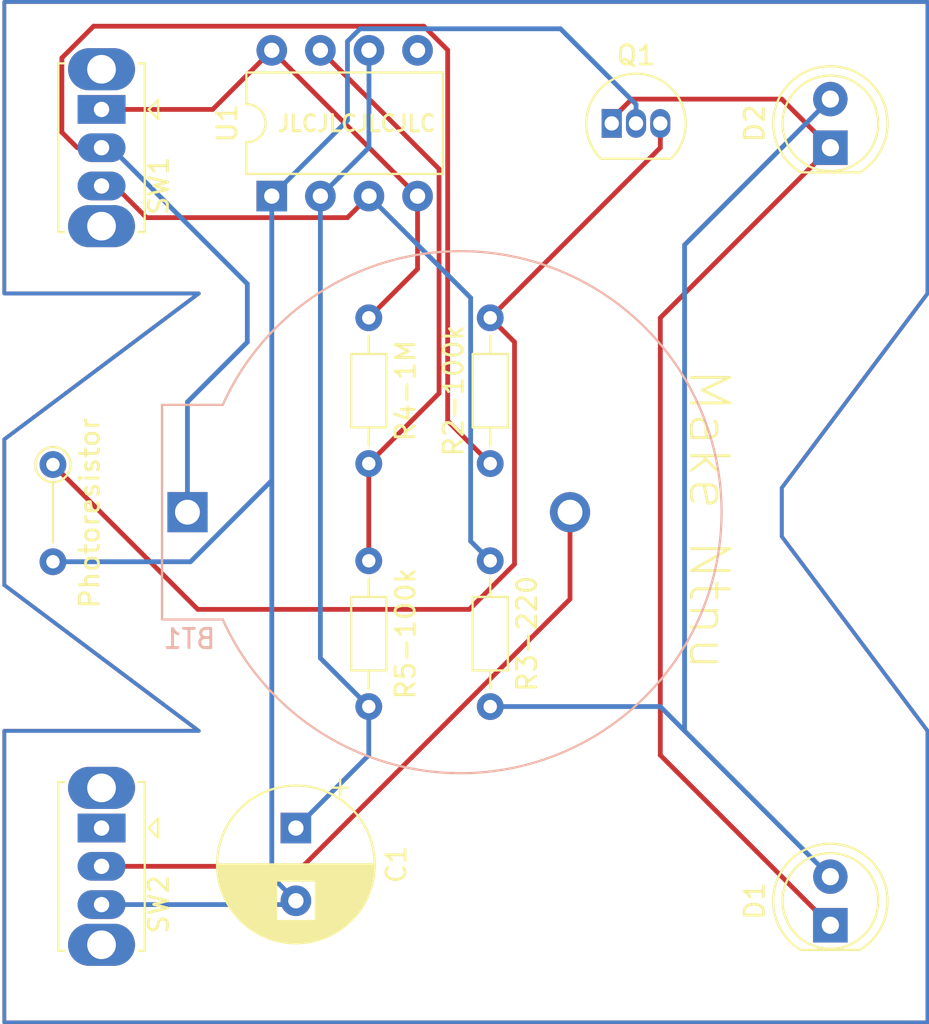
<source format=kicad_pcb>
(kicad_pcb (version 20211014) (generator pcbnew)
  (layers (0 "F.Cu" signal) (31 "B.Cu" signal) (34 "B.Paste" user) (35 "F.Paste" user) (36 "B.SilkS" user "B.Silkscreen") (37 "F.SilkS" user "F.Silkscreen") (38 "B.Mask" user) (39 "F.Mask" user) (44 "Edge.Cuts" user))
  (net 0 "")
  (net 1 "Net-(C1-Pad2)")
  (net 2 "Net-(C1-Pad1)")
  (net 3 "Net-(LightResistor1-Pad1)")
  (net 4 "Net-(R4-Pad1)")
  (net 5 "Net-(R4-Pad2)")
  (net 8 "Net-(BT1-Pad1)")
  (net 9 "Net-(BT1-Pad2)")
  (net 10 "Net-(R3-Pad2)")
  (net 11 "Net-(SW1-Pad3)")
  (net 12 "Net-(Q1-Pad1)")
  (footprint "Button_Switch_THT:SW_Slide_1P2T_CK_OS102011MS2Q" (layer "F.Cu") (at 55.88 93.98 -90)
    (fp_text reference "SW2" (at 3.99 -2.99 90) (layer "F.SilkS"))
    (fp_text value "SW_SPDT")
    (fp_line (start 6.41 2.26) (end -2.41 2.26) (layer "F.SilkS") (width 0.12))
    (fp_line (start 0 -2.46) (end 0.5 -2.96) (layer "F.SilkS") (width 0.12))
    (fp_line (start -2.41 2.26) (end -2.41 1.95) (layer "F.SilkS") (width 0.12))
    (fp_line (start -0.5 -2.96) (end 0 -2.46) (layer "F.SilkS") (width 0.12))
    (fp_line (start 6.41 2.26) (end 6.41 1.95) (layer "F.SilkS") (width 0.12))
    (fp_line (start -2.41 -1.95) (end -2.41 -2.26) (layer "F.SilkS") (width 0.12))
    (fp_line (start 0.5 -2.96) (end -0.5 -2.96) (layer "F.SilkS") (width 0.12))
    (fp_line (start -2.41 -2.26) (end 6.41 -2.26) (layer "F.SilkS") (width 0.12))
    (fp_line (start 6.41 -2.26) (end 6.41 -1.95) (layer "F.SilkS") (width 0.12))
    (pad "" thru_hole oval (at 6.1 0 270) (size 2.2 3.5) (drill 1.5) (layers *.Cu *.Mask))
    (pad "" thru_hole oval (at -2.1 0 270) (size 2.2 3.5) (drill 1.5) (layers *.Cu *.Mask))
    (pad "1" thru_hole rect (at 0 0 270) (size 1.5 2.5) (drill 0.8) (layers *.Cu *.Mask))
    (pad "2" thru_hole oval (at 2 0 270) (size 1.5 2.5) (drill 0.8) (layers *.Cu *.Mask) (net 9 "Net-(BT1-Pad2)"))
    (pad "3" thru_hole oval (at 4 0 270) (size 1.5 2.5) (drill 0.8) (layers *.Cu *.Mask) (net 1 "Net-(C1-Pad2)"))
  )
  (footprint "Resistor_THT:R_Axial_DIN0204_L3.6mm_D1.6mm_P7.62mm_Horizontal" (layer "F.Cu") (at 76.2 80.01 -90)
    (fp_text reference "R3-220" (at 3.81 -1.92 90) (layer "F.SilkS"))
    (fp_text value "R220")
    (fp_line (start 6.68 0) (end 5.73 0) (layer "F.SilkS") (width 0.12))
    (fp_line (start 1.89 0.92) (end 5.73 0.92) (layer "F.SilkS") (width 0.12))
    (fp_line (start 5.73 0.92) (end 5.73 -0.92) (layer "F.SilkS") (width 0.12))
    (fp_line (start 1.89 -0.92) (end 1.89 0.92) (layer "F.SilkS") (width 0.12))
    (fp_line (start 0.94 0) (end 1.89 0) (layer "F.SilkS") (width 0.12))
    (fp_line (start 5.73 -0.92) (end 1.89 -0.92) (layer "F.SilkS") (width 0.12))
    (pad "1" thru_hole circle (at 0 0 270) (size 1.4 1.4) (drill 0.7) (layers *.Cu *.Mask) (net 11 "Net-(SW1-Pad3)"))
    (pad "2" thru_hole oval (at 7.62 0 270) (size 1.4 1.4) (drill 0.7) (layers *.Cu *.Mask) (net 10 "Net-(R3-Pad2)"))
  )
  (footprint "Button_Switch_THT:SW_Slide_1P2T_CK_OS102011MS2Q" (layer "F.Cu") (at 55.88 56.42 -90)
    (fp_text reference "SW1" (at 3.99 -2.99 90) (layer "F.SilkS"))
    (fp_text value "SW_SPDT")
    (fp_line (start 0 -2.46) (end 0.5 -2.96) (layer "F.SilkS") (width 0.12))
    (fp_line (start -2.41 -1.95) (end -2.41 -2.26) (layer "F.SilkS") (width 0.12))
    (fp_line (start 6.41 2.26) (end -2.41 2.26) (layer "F.SilkS") (width 0.12))
    (fp_line (start -2.41 2.26) (end -2.41 1.95) (layer "F.SilkS") (width 0.12))
    (fp_line (start -0.5 -2.96) (end 0 -2.46) (layer "F.SilkS") (width 0.12))
    (fp_line (start 6.41 -2.26) (end 6.41 -1.95) (layer "F.SilkS") (width 0.12))
    (fp_line (start 0.5 -2.96) (end -0.5 -2.96) (layer "F.SilkS") (width 0.12))
    (fp_line (start 6.41 2.26) (end 6.41 1.95) (layer "F.SilkS") (width 0.12))
    (fp_line (start -2.41 -2.26) (end 6.41 -2.26) (layer "F.SilkS") (width 0.12))
    (pad "" thru_hole oval (at 6.1 0 270) (size 2.2 3.5) (drill 1.5) (layers *.Cu *.Mask))
    (pad "" thru_hole oval (at -2.1 0 270) (size 2.2 3.5) (drill 1.5) (layers *.Cu *.Mask))
    (pad "1" thru_hole rect (at 0 0 270) (size 1.5 2.5) (drill 0.8) (layers *.Cu *.Mask) (net 4 "Net-(R4-Pad1)"))
    (pad "2" thru_hole oval (at 2 0 270) (size 1.5 2.5) (drill 0.8) (layers *.Cu *.Mask) (net 8 "Net-(BT1-Pad1)"))
    (pad "3" thru_hole oval (at 4 0 270) (size 1.5 2.5) (drill 0.8) (layers *.Cu *.Mask) (net 11 "Net-(SW1-Pad3)"))
  )
  (footprint "Resistor_THT:R_Axial_DIN0204_L3.6mm_D1.6mm_P7.62mm_Horizontal" (layer "F.Cu") (at 76.2 74.93 90)
    (fp_text reference "R2-100k" (at 3.81 -1.92 90) (layer "F.SilkS"))
    (fp_text value "R100k")
    (fp_line (start 5.73 0.92) (end 5.73 -0.92) (layer "F.SilkS") (width 0.12))
    (fp_line (start 1.89 -0.92) (end 1.89 0.92) (layer "F.SilkS") (width 0.12))
    (fp_line (start 0.94 0) (end 1.89 0) (layer "F.SilkS") (width 0.12))
    (fp_line (start 5.73 -0.92) (end 1.89 -0.92) (layer "F.SilkS") (width 0.12))
    (fp_line (start 1.89 0.92) (end 5.73 0.92) (layer "F.SilkS") (width 0.12))
    (fp_line (start 6.68 0) (end 5.73 0) (layer "F.SilkS") (width 0.12))
    (pad "1" thru_hole circle (at 0 0 90) (size 1.4 1.4) (drill 0.7) (layers *.Cu *.Mask) (net 8 "Net-(BT1-Pad1)"))
    (pad "2" thru_hole oval (at 7.62 0 90) (size 1.4 1.4) (drill 0.7) (layers *.Cu *.Mask) (net 3 "Net-(LightResistor1-Pad1)"))
  )
  (footprint "Resistor_THT:R_Axial_DIN0204_L3.6mm_D1.6mm_P7.62mm_Horizontal" (layer "F.Cu") (at 69.85 67.31 -90)
    (fp_text reference "R4-1M" (at 3.81 -1.92 90) (layer "F.SilkS"))
    (fp_text value "R1M")
    (fp_line (start 0.94 0) (end 1.89 0) (layer "F.SilkS") (width 0.12))
    (fp_line (start 5.73 -0.92) (end 1.89 -0.92) (layer "F.SilkS") (width 0.12))
    (fp_line (start 6.68 0) (end 5.73 0) (layer "F.SilkS") (width 0.12))
    (fp_line (start 1.89 0.92) (end 5.73 0.92) (layer "F.SilkS") (width 0.12))
    (fp_line (start 1.89 -0.92) (end 1.89 0.92) (layer "F.SilkS") (width 0.12))
    (fp_line (start 5.73 0.92) (end 5.73 -0.92) (layer "F.SilkS") (width 0.12))
    (pad "1" thru_hole circle (at 0 0 270) (size 1.4 1.4) (drill 0.7) (layers *.Cu *.Mask) (net 4 "Net-(R4-Pad1)"))
    (pad "2" thru_hole oval (at 7.62 0 270) (size 1.4 1.4) (drill 0.7) (layers *.Cu *.Mask) (net 5 "Net-(R4-Pad2)"))
  )
  (footprint "LED_THT:LED_D5.0mm" (layer "F.Cu") (at 93.98 99.06 90)
    (fp_text reference "D1" (at 1.27 -3.96 90) (layer "F.SilkS"))
    (fp_text value "LED")
    (fp_line (start -1.29 -1.545) (end -1.29 1.545) (layer "F.SilkS") (width 0.12))
    (fp_arc (start -1.29 -1.54483) (mid 2.072002 -2.880433) (end 4.26 0.000462) (layer "F.SilkS") (width 0.12))
    (fp_arc (start 4.26 -0.000462) (mid 2.072002 2.880433) (end -1.29 1.54483) (layer "F.SilkS") (width 0.12))
    (fp_circle (center 1.27 0) (end 3.77 0) (layer "F.SilkS") (width 0.12) (fill none))
    (pad "1" thru_hole rect (at 0 0 90) (size 1.8 1.8) (drill 0.9) (layers *.Cu *.Mask) (net 12 "Net-(Q1-Pad1)"))
    (pad "2" thru_hole circle (at 2.54 0 90) (size 1.8 1.8) (drill 0.9) (layers *.Cu *.Mask) (net 10 "Net-(R3-Pad2)"))
  )
  (footprint "Capacitor_THT:CP_Radial_D8.0mm_P3.80mm" (layer "F.Cu") (at 66.04 93.98 -90)
    (fp_text reference "C1" (at 1.9 -5.25 90) (layer "F.SilkS"))
    (fp_text value "C0.1")
    (fp_line (start 4.701 1.04) (end 4.701 2.983) (layer "F.SilkS") (width 0.12))
    (fp_line (start 5.781 -1.346) (end 5.781 1.346) (layer "F.SilkS") (width 0.12))
    (fp_line (start 3.381 1.04) (end 3.381 3.805) (layer "F.SilkS") (width 0.12))
    (fp_line (start 4.661 -3.019) (end 4.661 -1.04) (layer "F.SilkS") (width 0.12))
    (fp_line (start 5.821 -1.229) (end 5.821 1.229) (layer "F.SilkS") (width 0.12))
    (fp_line (start 2.46 -4.042) (end 2.46 4.042) (layer "F.SilkS") (width 0.12))
    (fp_line (start 4.541 -3.124) (end 4.541 -1.04) (layer "F.SilkS") (width 0.12))
    (fp_line (start 4.101 1.04) (end 4.101 3.444) (layer "F.SilkS") (width 0.12))
    (fp_line (start 5.461 -2.034) (end 5.461 2.034) (layer "F.SilkS") (width 0.12))
    (fp_line (start 3.621 -3.704) (end 3.621 -1.04) (layer "F.SilkS") (width 0.12))
    (fp_line (start 3.301 1.04) (end 3.301 3.835) (layer "F.SilkS") (width 0.12))
    (fp_line (start 3.981 1.04) (end 3.981 3.517) (layer "F.SilkS") (width 0.12))
    (fp_line (start 4.781 1.04) (end 4.781 2.907) (layer "F.SilkS") (width 0.12))
    (fp_line (start 2.981 1.04) (end 2.981 3.936) (layer "F.SilkS") (width 0.12))
    (fp_line (start 4.621 1.04) (end 4.621 3.055) (layer "F.SilkS") (width 0.12))
    (fp_line (start 3.941 -3.54) (end 3.941 -1.04) (layer "F.SilkS") (width 0.12))
    (fp_line (start 5.941 -0.768) (end 5.941 0.768) (layer "F.SilkS") (width 0.12))
    (fp_line (start 4.381 1.04) (end 4.381 3.25) (layer "F.SilkS") (width 0.12))
    (fp_line (start 2.901 -3.957) (end 2.901 -1.04) (layer "F.SilkS") (width 0.12))
    (fp_line (start 3.181 1.04) (end 3.181 3.877) (layer "F.SilkS") (width 0.12))
    (fp_line (start 2.781 -3.985) (end 2.781 -1.04) (layer "F.SilkS") (width 0.12))
    (fp_line (start 4.741 -2.945) (end 4.741 -1.04) (layer "F.SilkS") (width 0.12))
    (fp_line (start 2.661 -4.01) (end 2.661 4.01) (layer "F.SilkS") (width 0.12))
    (fp_line (start 4.181 1.04) (end 4.181 3.392) (layer "F.SilkS") (width 0.12))
    (fp_line (start 4.221 1.04) (end 4.221 3.365) (layer "F.SilkS") (width 0.12))
    (fp_line (start 3.261 -3.85) (end 3.261 -1.04) (layer "F.SilkS") (width 0.12))
    (fp_line (start 3.781 -3.627) (end 3.781 -1.04) (layer "F.SilkS") (width 0.12))
    (fp_line (start 4.821 -2.867) (end 4.821 -1.04) (layer "F.SilkS") (width 0.12))
    (fp_line (start 4.061 -3.469) (end 4.061 -1.04) (layer "F.SilkS") (width 0.12))
    (fp_line (start 1.98 -4.08) (end 1.98 4.08) (layer "F.SilkS") (width 0.12))
    (fp_line (start 2.06 -4.077) (end 2.06 4.077) (layer "F.SilkS") (width 0.12))
    (fp_line (start 3.741 -3.647) (end 3.741 -1.04) (layer "F.SilkS") (width 0.12))
    (fp_line (start 3.381 -3.805) (end 3.381 -1.04) (layer "F.SilkS") (width 0.12))
    (fp_line (start 4.341 1.04) (end 4.341 3.28) (layer "F.SilkS") (width 0.12))
    (fp_line (start 5.301 -2.287) (end 5.301 2.287) (layer "F.SilkS") (width 0.12))
    (fp_line (start 5.701 -1.552) (end 5.701 1.552) (layer "F.SilkS") (width 0.12))
    (fp_line (start 5.421 -2.102) (end 5.421 2.102) (layer "F.SilkS") (width 0.12))
    (fp_line (start 4.701 -2.983) (end 4.701 -1.04) (layer "F.SilkS") (width 0.12))
    (fp_line (start 3.421 1.04) (end 3.421 3.79) (layer "F.SilkS") (width 0.12))
    (fp_line (start 4.821 1.04) (end 4.821 2.867) (layer "F.SilkS") (width 0.12))
    (fp_line (start 3.101 1.04) (end 3.101 3.902) (layer "F.SilkS") (width 0.12))
    (fp_line (start 3.221 1.04) (end 3.221 3.863) (layer "F.SilkS") (width 0.12))
    (fp_line (start 2.861 1.04) (end 2.861 3.967) (layer "F.SilkS") (width 0.12))
    (fp_line (start 2.34 -4.057) (end 2.34 4.057) (layer "F.SilkS") (width 0.12))
    (fp_line (start 3.541 1.04) (end 3.541 3.74) (layer "F.SilkS") (width 0.12))
    (fp_line (start 5.981 -0.533) (end 5.981 0.533) (layer "F.SilkS") (width 0.12))
    (fp_line (start 2.18 -4.071) (end 2.18 4.071) (layer "F.SilkS") (width 0.12))
    (fp_line (start 4.461 1.04) (end 4.461 3.189) (layer "F.SilkS") (width 0.12))
    (fp_line (start 3.501 1.04) (end 3.501 3.757) (layer "F.SilkS") (width 0.12))
    (fp_line (start 4.781 -2.907) (end 4.781 -1.04) (layer "F.SilkS") (width 0.12))
    (fp_line (start 5.181 -2.454) (end 5.181 2.454) (layer "F.SilkS") (width 0.12))
    (fp_line (start 5.741 -1.453) (end 5.741 1.453) (layer "F.SilkS") (width 0.12))
    (fp_line (start 5.901 -0.948) (end 5.901 0.948) (layer "F.SilkS") (width 0.12))
    (fp_line (start 4.941 -2.741) (end 4.941 2.741) (layer "F.SilkS") (width 0.12))
    (fp_line (start 1.9 -4.08) (end 1.9 4.08) (layer "F.SilkS") (width 0.12))
    (fp_line (start 2.941 1.04) (end 2.941 3.947) (layer "F.SilkS") (width 0.12))
    (fp_line (start 4.221 -3.365) (end 4.221 -1.04) (layer "F.SilkS") (width 0.12))
    (fp_line (start 2.38 -4.052) (end 2.38 4.052) (layer "F.SilkS") (width 0.12))
    (fp_line (start 5.541 -1.89) (end 5.541 1.89) (layer "F.SilkS") (width 0.12))
    (fp_line (start 2.901 1.04) (end 2.901 3.957) (layer "F.SilkS") (width 0.12))
    (fp_line (start 4.901 -2.784) (end 4.901 2.784) (layer "F.SilkS") (width 0.12))
    (fp_line (start 4.461 -3.189) (end 4.461 -1.04) (layer "F.SilkS") (width 0.12))
    (fp_line (start 2.02 -4.079) (end 2.02 4.079) (layer "F.SilkS") (width 0.12))
    (fp_line (start 4.501 -3.156) (end 4.501 -1.04) (layer "F.SilkS") (width 0.12))
    (fp_line (start 2.3 -4.061) (end 2.3 4.061) (layer "F.SilkS") (width 0.12))
    (fp_line (start 5.261 -2.345) (end 5.261 2.345) (layer "F.SilkS") (width 0.12))
    (fp_line (start 2.741 -3.994) (end 2.741 3.994) (layer "F.SilkS") (width 0.12))
    (fp_line (start 3.181 -3.877) (end 3.181 -1.04) (layer "F.SilkS") (width 0.12))
    (fp_line (start 5.221 -2.4) (end 5.221 2.4) (layer "F.SilkS") (width 0.12))
    (fp_line (start 4.341 -3.28) (end 4.341 -1.04) (layer "F.SilkS") (width 0.12))
    (fp_line (start 2.821 1.04) (end 2.821 3.976) (layer "F.SilkS") (width 0.12))
    (fp_line (start 3.101 -3.902) (end 3.101 -1.04) (layer "F.SilkS") (width 0.12))
    (fp_line (start 3.861 1.04) (end 3.861 3.584) (layer "F.SilkS") (width 0.12))
    (fp_line (start 3.821 1.04) (end 3.821 3.606) (layer "F.SilkS") (width 0.12))
    (fp_line (start 5.021 -2.651) (end 5.021 2.651) (layer "F.SilkS") (width 0.12))
    (fp_line (start 2.14 -4.074) (end 2.14 4.074) (layer "F.SilkS") (width 0.12))
    (fp_line (start 4.581 1.04) (end 4.581 3.09) (layer "F.SilkS") (width 0.12))
    (fp_line (start 3.901 -3.562) (end 3.901 -1.04) (layer "F.SilkS") (width 0.12))
    (fp_line (start 5.381 -2.166) (end 5.381 2.166) (layer "F.SilkS") (width 0.12))
    (fp_line (start 4.861 -2.826) (end 4.861 2.826) (layer "F.SilkS") (width 0.12))
    (fp_line (start 4.261 -3.338) (end 4.261 -1.04) (layer "F.SilkS") (width 0.12))
    (fp_line (start 4.301 1.04) (end 4.301 3.309) (layer "F.SilkS") (width 0.12))
    (fp_line (start 3.621 1.04) (end 3.621 3.704) (layer "F.SilkS") (width 0.12))
    (fp_line (start 3.421 -3.79) (end 3.421 -1.04) (layer "F.SilkS") (width 0.12))
    (fp_line (start 3.741 1.04) (end 3.741 3.647) (layer "F.SilkS") (width 0.12))
    (fp_line (start 2.981 -3.936) (end 2.981 -1.04) (layer "F.SilkS") (width 0.12))
    (fp_line (start 3.461 1.04) (end 3.461 3.774) (layer "F.SilkS") (width 0.12))
    (fp_line (start 3.701 1.04) (end 3.701 3.666) (layer "F.SilkS") (width 0.12))
    (fp_line (start 5.501 -1.964) (end 5.501 1.964) (layer "F.SilkS") (width 0.12))
    (fp_line (start 3.821 -3.606) (end 3.821 -1.04) (layer "F.SilkS") (width 0.12))
    (fp_line (start 4.301 -3.309) (end 4.301 -1.04) (layer "F.SilkS") (width 0.12))
    (fp_line (start 4.141 1.04) (end 4.141 3.418) (layer "F.SilkS") (width 0.12))
    (fp_line (start 3.261 1.04) (end 3.261 3.85) (layer "F.SilkS") (width 0.12))
    (fp_line (start 3.061 -3.914) (end 3.061 -1.04) (layer "F.SilkS") (width 0.12))
    (fp_line (start 4.421 -3.22) (end 4.421 -1.04) (layer "F.SilkS") (width 0.12))
    (fp_line (start 3.941 1.04) (end 3.941 3.54) (layer "F.SilkS") (width 0.12))
    (fp_line (start 3.541 -3.74) (end 3.541 -1.04) (layer "F.SilkS") (width 0.12))
    (fp_line (start 3.861 -3.584) (end 3.861 -1.04) (layer "F.SilkS") (width 0.12))
    (fp_line (start 2.5 -4.037) (end 2.5 4.037) (layer "F.SilkS") (width 0.12))
    (fp_line (start 4.581 -3.09) (end 4.581 -1.04) (layer "F.SilkS") (width 0.12))
    (fp_line (start 4.541 1.04) (end 4.541 3.124) (layer "F.SilkS") (width 0.12))
    (fp_line (start 3.661 -3.686) (end 3.661 -1.04) (layer "F.SilkS") (width 0.12))
    (fp_line (start 4.621 -3.055) (end 4.621 -1.04) (layer "F.SilkS") (width 0.12))
    (fp_line (start 4.421 1.04) (end 4.421 3.22) (layer "F.SilkS") (width 0.12))
    (fp_line (start 2.701 -4.002) (end 2.701 4.002) (layer "F.SilkS") (width 0.12))
    (fp_line (start 3.341 1.04) (end 3.341 3.821) (layer "F.SilkS") (width 0.12))
    (fp_line (start 4.101 -3.444) (end 4.101 -1.04) (layer "F.SilkS") (width 0.12))
    (fp_line (start 3.781 1.04) (end 3.781 3.627) (layer "F.SilkS") (width 0.12))
    (fp_line (start 2.861 -3.967) (end 2.861 -1.04) (layer "F.SilkS") (width 0.12))
    (fp_line (start 2.54 -4.03) (end 2.54 4.03) (layer "F.SilkS") (width 0.12))
    (fp_line (start 5.661 -1.645) (end 5.661 1.645) (layer "F.SilkS") (width 0.12))
    (fp_line (start 3.061 1.04) (end 3.061 3.914) (layer "F.SilkS") (width 0.12))
    (fp_line (start 3.021 1.04) (end 3.021 3.925) (layer "F.SilkS") (width 0.12))
    (fp_line (start 4.741 1.04) (end 4.741 2.945) (layer "F.SilkS") (width 0.12))
    (fp_line (start 2.621 -4.017) (end 2.621 4.017) (layer "F.SilkS") (width 0.12))
    (fp_line (start 3.141 -3.889) (end 3.141 -1.04) (layer "F.SilkS") (width 0.12))
    (fp_line (start 5.341 -2.228) (end 5.341 2.228) (layer "F.SilkS") (width 0.12))
    (fp_line (start 3.301 -3.835) (end 3.301 -1.04) (layer "F.SilkS") (width 0.12))
    (fp_line (start 2.42 -4.048) (end 2.42 4.048) (layer "F.SilkS") (width 0.12))
    (fp_line (start 3.661 1.04) (end 3.661 3.686) (layer "F.SilkS") (width 0.12))
    (fp_line (start 4.021 -3.493) (end 4.021 -1.04) (layer "F.SilkS") (width 0.12))
    (fp_line (start 4.261 1.04) (end 4.261 3.338) (layer "F.SilkS") (width 0.12))
    (fp_line (start 4.141 -3.418) (end 4.141 -1.04) (layer "F.SilkS") (width 0.12))
    (fp_line (start 5.861 -1.098) (end 5.861 1.098) (layer "F.SilkS") (width 0.12))
    (fp_line (start 2.1 -4.076) (end 2.1 4.076) (layer "F.SilkS") (width 0.12))
    (fp_line (start 4.061 1.04) (end 4.061 3.469) (layer "F.SilkS") (width 0.12))
    (fp_line (start 4.661 1.04) (end 4.661 3.019) (layer "F.SilkS") (width 0.12))
    (fp_line (start 2.58 -4.024) (end 2.58 4.024) (layer "F.SilkS") (width 0.12))
    (fp_line (start 2.941 -3.947) (end 2.941 -1.04) (layer "F.SilkS") (width 0.12))
    (fp_line (start 1.94 -4.08) (end 1.94 4.08) (layer "F.SilkS") (width 0.12))
    (fp_line (start 3.701 -3.666) (end 3.701 -1.04) (layer "F.SilkS") (width 0.12))
    (fp_line (start 5.061 -2.604) (end 5.061 2.604) (layer "F.SilkS") (width 0.12))
    (fp_line (start 4.381 -3.25) (end 4.381 -1.04) (layer "F.SilkS") (width 0.12))
    (fp_line (start 5.621 -1.731) (end 5.621 1.731) (layer "F.SilkS") (width 0.12))
    (fp_line (start 3.021 -3.925) (end 3.021 -1.04) (layer "F.SilkS") (width 0.12))
    (fp_line (start -2.509698 -2.315) (end -1.709698 -2.315) (layer "F.SilkS") (width 0.12))
    (fp_line (start 4.021 1.04) (end 4.021 3.493) (layer "F.SilkS") (width 0.12))
    (fp_line (start 3.501 -3.757) (end 3.501 -1.04) (layer "F.SilkS") (width 0.12))
    (fp_line (start 2.781 1.04) (end 2.781 3.985) (layer "F.SilkS") (width 0.12))
    (fp_line (start 3.981 -3.517) (end 3.981 -1.04) (layer "F.SilkS") (width 0.12))
    (fp_line (start 2.821 -3.976) (end 2.821 -1.04) (layer "F.SilkS") (width 0.12))
    (fp_line (start 3.141 1.04) (end 3.141 3.889) (layer "F.SilkS") (width 0.12))
    (fp_line (start 3.461 -3.774) (end 3.461 -1.04) (layer "F.SilkS") (width 0.12))
    (fp_line (start 2.22 -4.068) (end 2.22 4.068) (layer "F.SilkS") (width 0.12))
    (fp_line (start 5.101 -2.556) (end 5.101 2.556) (layer "F.SilkS") (width 0.12))
    (fp_line (start 4.981 -2.697) (end 4.981 2.697) (layer "F.SilkS") (width 0.12))
    (fp_line (start -2.109698 -2.715) (end -2.109698 -1.915) (layer "F.SilkS") (width 0.12))
    (fp_line (start 3.901 1.04) (end 3.901 3.562) (layer "F.SilkS") (width 0.12))
    (fp_line (start 2.26 -4.065) (end 2.26 4.065) (layer "F.SilkS") (width 0.12))
    (fp_line (start 5.581 -1.813) (end 5.581 1.813) (layer "F.SilkS") (width 0.12))
    (fp_line (start 5.141 -2.505) (end 5.141 2.505) (layer "F.SilkS") (width 0.12))
    (fp_line (start 3.341 -3.821) (end 3.341 -1.04) (layer "F.SilkS") (width 0.12))
    (fp_line (start 4.501 1.04) (end 4.501 3.156) (layer "F.SilkS") (width 0.12))
    (fp_line (start 3.581 1.04) (end 3.581 3.722) (layer "F.SilkS") (width 0.12))
    (fp_line (start 4.181 -3.392) (end 4.181 -1.04) (layer "F.SilkS") (width 0.12))
    (fp_line (start 3.581 -3.722) (end 3.581 -1.04) (layer "F.SilkS") (width 0.12))
    (fp_line (start 3.221 -3.863) (end 3.221 -1.04) (layer "F.SilkS") (width 0.12))
    (fp_circle (center 1.9 0) (end 6.02 0) (layer "F.SilkS") (width 0.12) (fill none))
    (pad "1" thru_hole rect (at 0 0 270) (size 1.6 1.6) (drill 0.8) (layers *.Cu *.Mask) (net 2 "Net-(C1-Pad1)"))
    (pad "2" thru_hole circle (at 3.8 0 270) (size 1.6 1.6) (drill 0.8) (layers *.Cu *.Mask) (net 1 "Net-(C1-Pad2)"))
  )
  (footprint "Package_DIP:DIP-8_W7.62mm" (layer "F.Cu") (at 64.78 60.95 90)
    (fp_text reference "U1" (at 3.81 -2.33 90) (layer "F.SilkS"))
    (fp_text value "TLC555xP")
    (fp_line (start 6.46 8.95) (end 6.46 -1.33) (layer "F.SilkS") (width 0.12))
    (fp_line (start 1.16 8.95) (end 6.46 8.95) (layer "F.SilkS") (width 0.12))
    (fp_line (start 2.81 -1.33) (end 1.16 -1.33) (layer "F.SilkS") (width 0.12))
    (fp_line (start 6.46 -1.33) (end 4.81 -1.33) (layer "F.SilkS") (width 0.12))
    (fp_line (start 1.16 -1.33) (end 1.16 8.95) (layer "F.SilkS") (width 0.12))
    (fp_arc (start 4.81 -1.33) (mid 3.81 -0.33) (end 2.81 -1.33) (layer "F.SilkS") (width 0.12))
    (pad "1" thru_hole rect (at 0 0 90) (size 1.6 1.6) (drill 0.8) (layers *.Cu *.Mask) (net 1 "Net-(C1-Pad2)"))
    (pad "2" thru_hole oval (at 0 2.54 90) (size 1.6 1.6) (drill 0.8) (layers *.Cu *.Mask) (net 2 "Net-(C1-Pad1)"))
    (pad "3" thru_hole oval (at 0 5.08 90) (size 1.6 1.6) (drill 0.8) (layers *.Cu *.Mask) (net 11 "Net-(SW1-Pad3)"))
    (pad "4" thru_hole oval (at 0 7.62 90) (size 1.6 1.6) (drill 0.8) (layers *.Cu *.Mask) (net 4 "Net-(R4-Pad1)"))
    (pad "5" thru_hole oval (at 7.62 7.62 90) (size 1.6 1.6) (drill 0.8) (layers *.Cu *.Mask))
    (pad "6" thru_hole oval (at 7.62 5.08 90) (size 1.6 1.6) (drill 0.8) (layers *.Cu *.Mask) (net 2 "Net-(C1-Pad1)"))
    (pad "7" thru_hole oval (at 7.62 2.54 90) (size 1.6 1.6) (drill 0.8) (layers *.Cu *.Mask) (net 5 "Net-(R4-Pad2)"))
    (pad "8" thru_hole oval (at 7.62 0 90) (size 1.6 1.6) (drill 0.8) (layers *.Cu *.Mask) (net 4 "Net-(R4-Pad1)"))
  )
  (footprint "Package_TO_SOT_THT:TO-92_Inline" (layer "F.Cu") (at 82.55 57.15)
    (fp_text reference "Q1" (at 1.27 -3.56) (layer "F.SilkS"))
    (fp_text value "BC240")
    (fp_line (start -0.53 1.85) (end 3.07 1.85) (layer "F.SilkS") (width 0.12))
    (fp_arc (start -0.568478 1.838478) (mid -1.132087 -0.994977) (end 1.27 -2.6) (layer "F.SilkS") (width 0.12))
    (fp_arc (start 1.27 -2.6) (mid 3.672087 -0.994977) (end 3.108478 1.838478) (layer "F.SilkS") (width 0.12))
    (pad "1" thru_hole rect (at 0 0) (size 1.05 1.5) (drill 0.75) (layers *.Cu *.Mask) (net 12 "Net-(Q1-Pad1)"))
    (pad "2" thru_hole oval (at 1.27 0) (size 1.05 1.5) (drill 0.75) (layers *.Cu *.Mask) (net 1 "Net-(C1-Pad2)"))
    (pad "3" thru_hole oval (at 2.54 0) (size 1.05 1.5) (drill 0.75) (layers *.Cu *.Mask) (net 3 "Net-(LightResistor1-Pad1)"))
  )
  (footprint "Resistor_THT:R_Axial_DIN0204_L3.6mm_D1.6mm_P5.08mm_Vertical" (layer "F.Cu") (at 53.34 74.98 -90)
    (fp_text reference "Photoresistor" (at 2.54 -1.92 90) (layer "F.SilkS"))
    (fp_text value "R_Photo")
    (fp_line (start 0.92 0) (end 4.08 0) (layer "F.SilkS") (width 0.12))
    (fp_circle (center 0 0) (end 0.92 0) (layer "F.SilkS") (width 0.12) (fill none))
    (pad "1" thru_hole circle (at 0 0 270) (size 1.4 1.4) (drill 0.7) (layers *.Cu *.Mask) (net 3 "Net-(LightResistor1-Pad1)"))
    (pad "2" thru_hole oval (at 5.08 0 270) (size 1.4 1.4) (drill 0.7) (layers *.Cu *.Mask) (net 1 "Net-(C1-Pad2)"))
  )
  (footprint "LED_THT:LED_D5.0mm" (layer "F.Cu") (at 93.98 58.42 90)
    (fp_text reference "D2" (at 1.27 -3.96 90) (layer "F.SilkS"))
    (fp_text value "LED")
    (fp_line (start -1.29 -1.545) (end -1.29 1.545) (layer "F.SilkS") (width 0.12))
    (fp_arc (start 4.26 -0.000462) (mid 2.072002 2.880433) (end -1.29 1.54483) (layer "F.SilkS") (width 0.12))
    (fp_arc (start -1.29 -1.54483) (mid 2.072002 -2.880433) (end 4.26 0.000462) (layer "F.SilkS") (width 0.12))
    (fp_circle (center 1.27 0) (end 3.77 0) (layer "F.SilkS") (width 0.12) (fill none))
    (pad "1" thru_hole rect (at 0 0 90) (size 1.8 1.8) (drill 0.9) (layers *.Cu *.Mask) (net 12 "Net-(Q1-Pad1)"))
    (pad "2" thru_hole circle (at 2.54 0 90) (size 1.8 1.8) (drill 0.9) (layers *.Cu *.Mask) (net 10 "Net-(R3-Pad2)"))
  )
  (footprint "Resistor_THT:R_Axial_DIN0204_L3.6mm_D1.6mm_P7.62mm_Horizontal" (layer "F.Cu") (at 69.85 80.01 -90)
    (fp_text reference "R5-100k" (at 3.81 -1.92 90) (layer "F.SilkS"))
    (fp_text value "R100k")
    (fp_line (start 1.89 -0.92) (end 1.89 0.92) (layer "F.SilkS") (width 0.12))
    (fp_line (start 5.73 -0.92) (end 1.89 -0.92) (layer "F.SilkS") (width 0.12))
    (fp_line (start 1.89 0.92) (end 5.73 0.92) (layer "F.SilkS") (width 0.12))
    (fp_line (start 0.94 0) (end 1.89 0) (layer "F.SilkS") (width 0.12))
    (fp_line (start 6.68 0) (end 5.73 0) (layer "F.SilkS") (width 0.12))
    (fp_line (start 5.73 0.92) (end 5.73 -0.92) (layer "F.SilkS") (width 0.12))
    (pad "1" thru_hole circle (at 0 0 270) (size 1.4 1.4) (drill 0.7) (layers *.Cu *.Mask) (net 5 "Net-(R4-Pad2)"))
    (pad "2" thru_hole oval (at 7.62 0 270) (size 1.4 1.4) (drill 0.7) (layers *.Cu *.Mask) (net 2 "Net-(C1-Pad1)"))
  )
  (footprint "Battery:BatteryHolder_ComfortableElectronic_CH273-2450_1x2450" (layer "B.Cu") (at 60.370913 77.47)
    (fp_text reference "BT1" (at 0.1 6.62) (layer "B.SilkS") (effects (justify mirror)))
    (fp_text value "Battery_Cell")
    (fp_line (start -1.33 -5.61) (end -1.33 5.61) (layer "B.SilkS") (width 0.12))
    (fp_line (start 1.845 -5.61) (end -1.33 -5.61) (layer "B.SilkS") (width 0.12))
    (fp_line (start -1.33 5.61) (end 1.845 5.61) (layer "B.SilkS") (width 0.12))
    (fp_arc (start 1.845 -5.61) (mid 27.921896 0) (end 1.845 5.61) (layer "B.SilkS") (width 0.12))
    (pad "1" thru_hole rect (at 0 0 90) (size 2.1 2.1) (drill 1.3) (layers *.Cu *.Mask) (net 8 "Net-(BT1-Pad1)"))
    (pad "2" thru_hole circle (at 20 0 90) (size 2.1 2.1) (drill 1.3) (layers *.Cu *.Mask) (net 9 "Net-(BT1-Pad2)"))
  )
  (gr_line (start 60.96 66.04) (end 50.8 73.66) (layer "F.Cu") (width 0.2))
  (gr_line (start 99.06 50.8) (end 50.8 50.8) (layer "F.Cu") (width 0.2))
  (gr_line (start 91.44 76.2) (end 91.44 78.74) (layer "F.Cu") (width 0.2))
  (gr_line (start 50.8 88.9) (end 60.96 88.9) (layer "F.Cu") (width 0.2))
  (gr_line (start 99.06 104.14) (end 99.06 88.9) (layer "F.Cu") (width 0.2))
  (gr_line (start 50.8 50.8) (end 50.8 66.04) (layer "F.Cu") (width 0.2))
  (gr_line (start 60.96 88.9) (end 50.8 81.28) (layer "F.Cu") (width 0.2))
  (gr_line (start 50.8 104.14) (end 99.06 104.14) (layer "F.Cu") (width 0.2))
  (gr_line (start 99.06 66.04) (end 91.44 76.2) (layer "F.Cu") (width 0.2))
  (gr_line (start 50.8 73.66) (end 50.8 81.28) (layer "F.Cu") (width 0.2))
  (gr_line (start 99.06 50.8) (end 99.06 66.04) (layer "F.Cu") (width 0.2))
  (gr_line (start 50.8 88.9) (end 50.8 104.14) (layer "F.Cu") (width 0.2))
  (gr_line (start 91.44 78.74) (end 99.06 88.9) (layer "F.Cu") (width 0.2))
  (gr_line (start 50.8 66.04) (end 60.96 66.04) (layer "F.Cu") (width 0.2))
  (gr_line (start 99.06 66.04) (end 99.06 50.8) (layer "B.Cu") (width 0.2))
  (gr_line (start 99.06 104.14) (end 99.06 88.9) (layer "B.Cu") (width 0.2))
  (gr_line (start 50.8 66.04) (end 60.96 66.04) (layer "B.Cu") (width 0.2))
  (gr_line (start 99.06 50.8) (end 50.8 50.8) (layer "B.Cu") (width 0.2))
  (gr_line (start 50.8 81.28) (end 60.96 88.9) (layer "B.Cu") (width 0.2))
  (gr_line (start 99.06 88.9) (end 91.44 78.74) (layer "B.Cu") (width 0.2))
  (gr_line (start 91.44 76.2) (end 99.06 66.04) (layer "B.Cu") (width 0.2))
  (gr_line (start 50.8 104.14) (end 99.06 104.14) (layer "B.Cu") (width 0.2))
  (gr_line (start 60.96 66.04) (end 50.8 73.66) (layer "B.Cu") (width 0.2))
  (gr_line (start 60.96 88.9) (end 50.8 88.9) (layer "B.Cu") (width 0.2))
  (gr_line (start 50.8 73.66) (end 50.8 81.28) (layer "B.Cu") (width 0.2))
  (gr_line (start 50.8 50.8) (end 50.8 66.04) (layer "B.Cu") (width 0.2))
  (gr_line (start 50.8 88.9) (end 50.8 104.14) (layer "B.Cu") (width 0.2))
  (gr_line (start 91.44 78.74) (end 91.44 76.2) (layer "B.Cu") (width 0.2))
  (gr_text "Make Ntnu" (at 87.63 69.85 270) (layer "F.SilkS") (effects (font (size 2 2)) (justify left)))
  (gr_text "JLCJLCJLCJLC" (at 69.215 57.15) (layer "F.SilkS") (effects (font (size 0.85 0.8))))
  (segment (start 60.529935 80.06) (end 53.34 80.06) (width 0.25) (layer "B.Cu") (net 1))
  (segment (start 68.735489 56.994511) (end 68.735489 52.864211) (width 0.25) (layer "B.Cu") (net 1))
  (segment (start 64.78 60.95) (end 64.78 96.52) (width 0.25) (layer "B.Cu") (net 1))
  (segment (start 55.88 97.98) (end 65.84 97.98) (width 0.25) (layer "B.Cu") (net 1))
  (segment (start 83.82 56.152638) (end 83.82 57.15) (width 0.25) (layer "B.Cu") (net 1))
  (segment (start 79.872851 52.205489) (end 83.82 56.152638) (width 0.25) (layer "B.Cu") (net 1))
  (segment (start 69.394211 52.205489) (end 79.872851 52.205489) (width 0.25) (layer "B.Cu") (net 1))
  (segment (start 64.78 75.809935) (end 60.529935 80.06) (width 0.25) (layer "B.Cu") (net 1))
  (segment (start 64.78 96.52) (end 66.04 97.78) (width 0.25) (layer "B.Cu") (net 1))
  (segment (start 64.78 60.95) (end 68.735489 56.994511) (width 0.25) (layer "B.Cu") (net 1))
  (segment (start 68.735489 52.864211) (end 69.394211 52.205489) (width 0.25) (layer "B.Cu") (net 1))
  (segment (start 69.86 58.41) (end 67.32 60.95) (width 0.25) (layer "B.Cu") (net 2))
  (segment (start 67.32 85.1) (end 69.85 87.63) (width 0.25) (layer "B.Cu") (net 2))
  (segment (start 69.85 87.63) (end 69.85 90.17) (width 0.25) (layer "B.Cu") (net 2))
  (segment (start 67.32 60.95) (end 67.32 85.1) (width 0.25) (layer "B.Cu") (net 2))
  (segment (start 69.85 90.17) (end 66.04 93.98) (width 0.25) (layer "B.Cu") (net 2))
  (segment (start 69.86 53.33) (end 69.86 58.41) (width 0.25) (layer "B.Cu") (net 2))
  (segment (start 77.47 68.58) (end 77.47 80.188878) (width 0.25) (layer "F.Cu") (net 3))
  (segment (start 85.09 58.42) (end 76.2 67.31) (width 0.25) (layer "F.Cu") (net 3))
  (segment (start 75.108878 82.55) (end 60.91 82.55) (width 0.25) (layer "F.Cu") (net 3))
  (segment (start 85.09 57.15) (end 85.09 58.42) (width 0.25) (layer "F.Cu") (net 3))
  (segment (start 76.2 67.31) (end 77.47 68.58) (width 0.25) (layer "F.Cu") (net 3))
  (segment (start 60.91 82.55) (end 53.34 74.98) (width 0.25) (layer "F.Cu") (net 3))
  (segment (start 77.47 80.188878) (end 75.108878 82.55) (width 0.25) (layer "F.Cu") (net 3))
  (segment (start 55.88 56.42) (end 61.69 56.42) (width 0.25) (layer "F.Cu") (net 4))
  (segment (start 64.78 53.33) (end 72.4 60.95) (width 0.25) (layer "F.Cu") (net 4))
  (segment (start 72.4 60.95) (end 72.4 64.76) (width 0.25) (layer "F.Cu") (net 4))
  (segment (start 72.4 64.76) (end 69.85 67.31) (width 0.25) (layer "F.Cu") (net 4))
  (segment (start 61.69 56.42) (end 64.78 53.33) (width 0.25) (layer "F.Cu") (net 4))
  (segment (start 67.32 53.33) (end 73.524511 59.534511) (width 0.25) (layer "F.Cu") (net 5))
  (segment (start 73.524511 59.534511) (end 73.524511 71.255489) (width 0.25) (layer "F.Cu") (net 5))
  (segment (start 73.524511 71.255489) (end 69.85 74.93) (width 0.25) (layer "F.Cu") (net 5))
  (segment (start 69.85 74.93) (end 69.85 80.01) (width 0.25) (layer "F.Cu") (net 5))
  (segment (start 73.974031 53.313731) (end 72.7303 52.07) (width 0.25) (layer "F.Cu") (net 8))
  (segment (start 72.7303 52.07) (end 55.465425 52.07) (width 0.25) (layer "F.Cu") (net 8))
  (segment (start 73.974031 72.704031) (end 73.974031 53.313731) (width 0.25) (layer "F.Cu") (net 8))
  (segment (start 76.2 74.93) (end 73.974031 72.704031) (width 0.25) (layer "F.Cu") (net 8))
  (segment (start 55.465425 52.07) (end 53.80548 53.729945) (width 0.25) (layer "F.Cu") (net 8))
  (segment (start 53.80548 53.729945) (end 53.80548 57.61548) (width 0.25) (layer "F.Cu") (net 8))
  (segment (start 53.80548 57.61548) (end 54.61 58.42) (width 0.25) (layer "F.Cu") (net 8))
  (segment (start 63.5 65.54) (end 56.38 58.42) (width 0.25) (layer "B.Cu") (net 8))
  (segment (start 63.5 68.58) (end 63.5 65.54) (width 0.25) (layer "B.Cu") (net 8))
  (segment (start 60.370913 77.47) (end 60.370913 71.709087) (width 0.25) (layer "B.Cu") (net 8))
  (segment (start 60.370913 71.709087) (end 63.5 68.58) (width 0.25) (layer "B.Cu") (net 8))
  (segment (start 66.401122 95.98) (end 55.88 95.98) (width 0.25) (layer "F.Cu") (net 9))
  (segment (start 80.370913 77.47) (end 80.370913 82.010209) (width 0.25) (layer "F.Cu") (net 9))
  (segment (start 80.370913 82.010209) (end 66.401122 95.98) (width 0.25) (layer "F.Cu") (net 9))
  (segment (start 85.09 87.63) (end 93.98 96.52) (width 0.25) (layer "B.Cu") (net 10))
  (segment (start 76.2 87.63) (end 85.09 87.63) (width 0.25) (layer "B.Cu") (net 10))
  (segment (start 86.36 63.5) (end 86.36 88.9) (width 0.25) (layer "B.Cu") (net 10))
  (segment (start 93.98 55.88) (end 86.36 63.5) (width 0.25) (layer "B.Cu") (net 10))
  (segment (start 56.576079 60.42) (end 58.23059 62.074511) (width 0.25) (layer "F.Cu") (net 11))
  (segment (start 68.735489 62.074511) (end 69.86 60.95) (width 0.25) (layer "F.Cu") (net 11))
  (segment (start 58.23059 62.074511) (end 68.735489 62.074511) (width 0.25) (layer "F.Cu") (net 11))
  (segment (start 75.175489 78.985489) (end 75.175489 66.265489) (width 0.25) (layer "B.Cu") (net 11))
  (segment (start 76.2 80.01) (end 75.175489 78.985489) (width 0.25) (layer "B.Cu") (net 11))
  (segment (start 75.175489 66.265489) (end 69.86 60.95) (width 0.25) (layer "B.Cu") (net 11))
  (segment (start 83.595 55.88) (end 91.44 55.88) (width 0.25) (layer "F.Cu") (net 12))
  (segment (start 93.98 58.42) (end 85.09 67.31) (width 0.25) (layer "F.Cu") (net 12))
  (segment (start 82.55 56.925) (end 83.595 55.88) (width 0.25) (layer "F.Cu") (net 12))
  (segment (start 85.09 67.31) (end 85.09 90.17) (width 0.25) (layer "F.Cu") (net 12))
  (segment (start 91.44 55.88) (end 93.98 58.42) (width 0.25) (layer "F.Cu") (net 12))
  (segment (start 85.09 90.17) (end 93.98 99.06) (width 0.25) (layer "F.Cu") (net 12))
)
</source>
